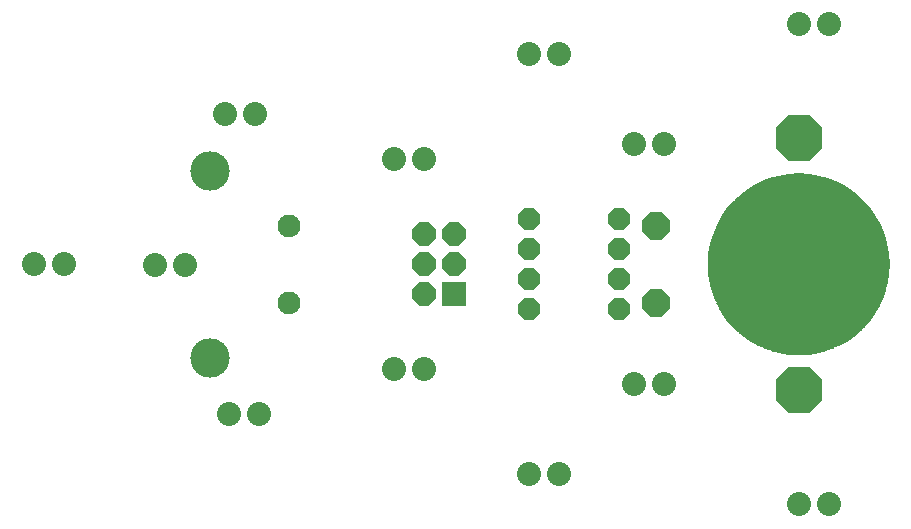
<source format=gbs>
G75*
%MOIN*%
%OFA0B0*%
%FSLAX25Y25*%
%IPPOS*%
%LPD*%
%AMOC8*
5,1,8,0,0,1.08239X$1,22.5*
%
%ADD10C,0.13100*%
%ADD11OC8,0.07400*%
%ADD12OC8,0.15600*%
%ADD13C,0.40600*%
%ADD14C,0.00500*%
%ADD15C,0.08000*%
%ADD16OC8,0.09200*%
%ADD17R,0.08000X0.08000*%
%ADD18OC8,0.08000*%
%ADD19C,0.07600*%
D10*
X0074750Y0069750D03*
X0074750Y0132250D03*
D11*
X0181000Y0116000D03*
X0181000Y0106000D03*
X0181000Y0096000D03*
X0181000Y0086000D03*
X0211000Y0086000D03*
X0211000Y0096000D03*
X0211000Y0106000D03*
X0211000Y0116000D03*
D12*
X0271000Y0143000D03*
X0271000Y0059000D03*
D13*
X0271000Y0101000D03*
D14*
X0244878Y0115658D02*
X0297122Y0115658D01*
X0296847Y0116156D02*
X0245153Y0116156D01*
X0245429Y0116655D02*
X0296571Y0116655D01*
X0296402Y0116961D02*
X0298029Y0114017D01*
X0299316Y0110908D01*
X0300248Y0107676D01*
X0300811Y0104359D01*
X0301000Y0101000D01*
X0300811Y0097641D01*
X0300248Y0094324D01*
X0299316Y0091092D01*
X0298029Y0087983D01*
X0296402Y0085039D01*
X0294455Y0082295D01*
X0292213Y0079787D01*
X0289705Y0077545D01*
X0286961Y0075598D01*
X0284017Y0073971D01*
X0280908Y0072684D01*
X0277676Y0071752D01*
X0274359Y0071189D01*
X0271000Y0071000D01*
X0267641Y0071189D01*
X0264324Y0071752D01*
X0261092Y0072684D01*
X0257983Y0073971D01*
X0255039Y0075598D01*
X0252295Y0077545D01*
X0249787Y0079787D01*
X0247545Y0082295D01*
X0245598Y0085039D01*
X0243971Y0087983D01*
X0242684Y0091092D01*
X0241752Y0094324D01*
X0241189Y0097641D01*
X0241000Y0101000D01*
X0241189Y0104359D01*
X0241752Y0107676D01*
X0242684Y0110908D01*
X0243971Y0114017D01*
X0245598Y0116961D01*
X0247545Y0119705D01*
X0249787Y0122213D01*
X0252295Y0124455D01*
X0255039Y0126402D01*
X0257983Y0128029D01*
X0261092Y0129316D01*
X0264324Y0130248D01*
X0267641Y0130811D01*
X0271000Y0131000D01*
X0274359Y0130811D01*
X0277676Y0130248D01*
X0280908Y0129316D01*
X0284017Y0128029D01*
X0286961Y0126402D01*
X0289705Y0124455D01*
X0292213Y0122213D01*
X0294455Y0119705D01*
X0296402Y0116961D01*
X0296265Y0117153D02*
X0245735Y0117153D01*
X0246088Y0117652D02*
X0295912Y0117652D01*
X0295558Y0118150D02*
X0246442Y0118150D01*
X0246796Y0118649D02*
X0295204Y0118649D01*
X0294851Y0119147D02*
X0247149Y0119147D01*
X0247503Y0119646D02*
X0294497Y0119646D01*
X0294062Y0120144D02*
X0247938Y0120144D01*
X0248383Y0120643D02*
X0293617Y0120643D01*
X0293171Y0121141D02*
X0248829Y0121141D01*
X0249274Y0121640D02*
X0292726Y0121640D01*
X0292280Y0122138D02*
X0249720Y0122138D01*
X0250261Y0122637D02*
X0291739Y0122637D01*
X0291181Y0123135D02*
X0250819Y0123135D01*
X0251376Y0123634D02*
X0290624Y0123634D01*
X0290066Y0124132D02*
X0251934Y0124132D01*
X0252543Y0124631D02*
X0289457Y0124631D01*
X0288754Y0125129D02*
X0253246Y0125129D01*
X0253948Y0125628D02*
X0288052Y0125628D01*
X0287349Y0126126D02*
X0254651Y0126126D01*
X0255443Y0126625D02*
X0286557Y0126625D01*
X0285655Y0127123D02*
X0256345Y0127123D01*
X0257247Y0127622D02*
X0284753Y0127622D01*
X0283796Y0128120D02*
X0258204Y0128120D01*
X0259407Y0128619D02*
X0282593Y0128619D01*
X0281389Y0129117D02*
X0260611Y0129117D01*
X0262131Y0129616D02*
X0279869Y0129616D01*
X0278139Y0130114D02*
X0263861Y0130114D01*
X0266473Y0130613D02*
X0275527Y0130613D01*
X0297398Y0115159D02*
X0244602Y0115159D01*
X0244327Y0114661D02*
X0297673Y0114661D01*
X0297949Y0114162D02*
X0244051Y0114162D01*
X0243825Y0113664D02*
X0298175Y0113664D01*
X0298382Y0113165D02*
X0243618Y0113165D01*
X0243412Y0112667D02*
X0298588Y0112667D01*
X0298795Y0112168D02*
X0243205Y0112168D01*
X0242999Y0111670D02*
X0299001Y0111670D01*
X0299208Y0111171D02*
X0242792Y0111171D01*
X0242616Y0110672D02*
X0299384Y0110672D01*
X0299528Y0110174D02*
X0242472Y0110174D01*
X0242328Y0109675D02*
X0299672Y0109675D01*
X0299815Y0109177D02*
X0242185Y0109177D01*
X0242041Y0108678D02*
X0299959Y0108678D01*
X0300103Y0108180D02*
X0241897Y0108180D01*
X0241754Y0107681D02*
X0300246Y0107681D01*
X0300332Y0107183D02*
X0241668Y0107183D01*
X0241584Y0106684D02*
X0300416Y0106684D01*
X0300501Y0106186D02*
X0241499Y0106186D01*
X0241414Y0105687D02*
X0300586Y0105687D01*
X0300670Y0105189D02*
X0241330Y0105189D01*
X0241245Y0104690D02*
X0300755Y0104690D01*
X0300821Y0104192D02*
X0241179Y0104192D01*
X0241151Y0103693D02*
X0300849Y0103693D01*
X0300877Y0103195D02*
X0241123Y0103195D01*
X0241095Y0102696D02*
X0300905Y0102696D01*
X0300933Y0102198D02*
X0241067Y0102198D01*
X0241039Y0101699D02*
X0300961Y0101699D01*
X0300989Y0101201D02*
X0241011Y0101201D01*
X0241017Y0100702D02*
X0300983Y0100702D01*
X0300955Y0100204D02*
X0241045Y0100204D01*
X0241073Y0099705D02*
X0300927Y0099705D01*
X0300899Y0099207D02*
X0241101Y0099207D01*
X0241129Y0098708D02*
X0300871Y0098708D01*
X0300843Y0098210D02*
X0241157Y0098210D01*
X0241185Y0097711D02*
X0300815Y0097711D01*
X0300739Y0097213D02*
X0241261Y0097213D01*
X0241346Y0096714D02*
X0300654Y0096714D01*
X0300569Y0096216D02*
X0241431Y0096216D01*
X0241516Y0095717D02*
X0300484Y0095717D01*
X0300400Y0095219D02*
X0241600Y0095219D01*
X0241685Y0094720D02*
X0300315Y0094720D01*
X0300218Y0094222D02*
X0241782Y0094222D01*
X0241925Y0093723D02*
X0300075Y0093723D01*
X0299931Y0093225D02*
X0242069Y0093225D01*
X0242213Y0092726D02*
X0299787Y0092726D01*
X0299644Y0092228D02*
X0242356Y0092228D01*
X0242500Y0091729D02*
X0299500Y0091729D01*
X0299357Y0091231D02*
X0242643Y0091231D01*
X0242832Y0090732D02*
X0299168Y0090732D01*
X0298961Y0090234D02*
X0243039Y0090234D01*
X0243245Y0089735D02*
X0298755Y0089735D01*
X0298548Y0089237D02*
X0243452Y0089237D01*
X0243658Y0088738D02*
X0298342Y0088738D01*
X0298135Y0088239D02*
X0243865Y0088239D01*
X0244105Y0087741D02*
X0297895Y0087741D01*
X0297620Y0087242D02*
X0244380Y0087242D01*
X0244656Y0086744D02*
X0297344Y0086744D01*
X0297068Y0086245D02*
X0244932Y0086245D01*
X0245207Y0085747D02*
X0296793Y0085747D01*
X0296517Y0085248D02*
X0245483Y0085248D01*
X0245803Y0084750D02*
X0296197Y0084750D01*
X0295843Y0084251D02*
X0246157Y0084251D01*
X0246511Y0083753D02*
X0295489Y0083753D01*
X0295135Y0083254D02*
X0246865Y0083254D01*
X0247218Y0082756D02*
X0294782Y0082756D01*
X0294421Y0082257D02*
X0247579Y0082257D01*
X0248024Y0081759D02*
X0293976Y0081759D01*
X0293530Y0081260D02*
X0248470Y0081260D01*
X0248915Y0080762D02*
X0293085Y0080762D01*
X0292639Y0080263D02*
X0249361Y0080263D01*
X0249811Y0079765D02*
X0292189Y0079765D01*
X0291631Y0079266D02*
X0250369Y0079266D01*
X0250927Y0078768D02*
X0291073Y0078768D01*
X0290515Y0078269D02*
X0251485Y0078269D01*
X0252043Y0077771D02*
X0289957Y0077771D01*
X0289320Y0077272D02*
X0252680Y0077272D01*
X0253382Y0076774D02*
X0288618Y0076774D01*
X0287915Y0076275D02*
X0254085Y0076275D01*
X0254788Y0075777D02*
X0287212Y0075777D01*
X0286382Y0075278D02*
X0255618Y0075278D01*
X0256520Y0074780D02*
X0285480Y0074780D01*
X0284578Y0074281D02*
X0257422Y0074281D01*
X0258438Y0073783D02*
X0283562Y0073783D01*
X0282358Y0073284D02*
X0259642Y0073284D01*
X0260845Y0072786D02*
X0281155Y0072786D01*
X0279532Y0072287D02*
X0262468Y0072287D01*
X0264198Y0071789D02*
X0277802Y0071789D01*
X0274956Y0071290D02*
X0267044Y0071290D01*
D15*
X0081000Y0051000D03*
X0091000Y0051000D03*
X0136000Y0066000D03*
X0146000Y0066000D03*
X0181000Y0031000D03*
X0191000Y0031000D03*
X0216000Y0061000D03*
X0226000Y0061000D03*
X0271000Y0021000D03*
X0281000Y0021000D03*
X0146000Y0136000D03*
X0136000Y0136000D03*
X0089750Y0151000D03*
X0079750Y0151000D03*
X0026000Y0101000D03*
X0016000Y0101000D03*
X0056315Y0100902D03*
X0066315Y0100902D03*
X0181000Y0171000D03*
X0191000Y0171000D03*
X0216000Y0141000D03*
X0226000Y0141000D03*
X0271000Y0181000D03*
X0281000Y0181000D03*
D16*
X0223500Y0113800D03*
X0223500Y0088200D03*
D17*
X0156000Y0091000D03*
D18*
X0146000Y0091000D03*
X0146000Y0101000D03*
X0156000Y0101000D03*
X0156000Y0111000D03*
X0146000Y0111000D03*
D19*
X0101000Y0113795D03*
X0101000Y0088205D03*
M02*

</source>
